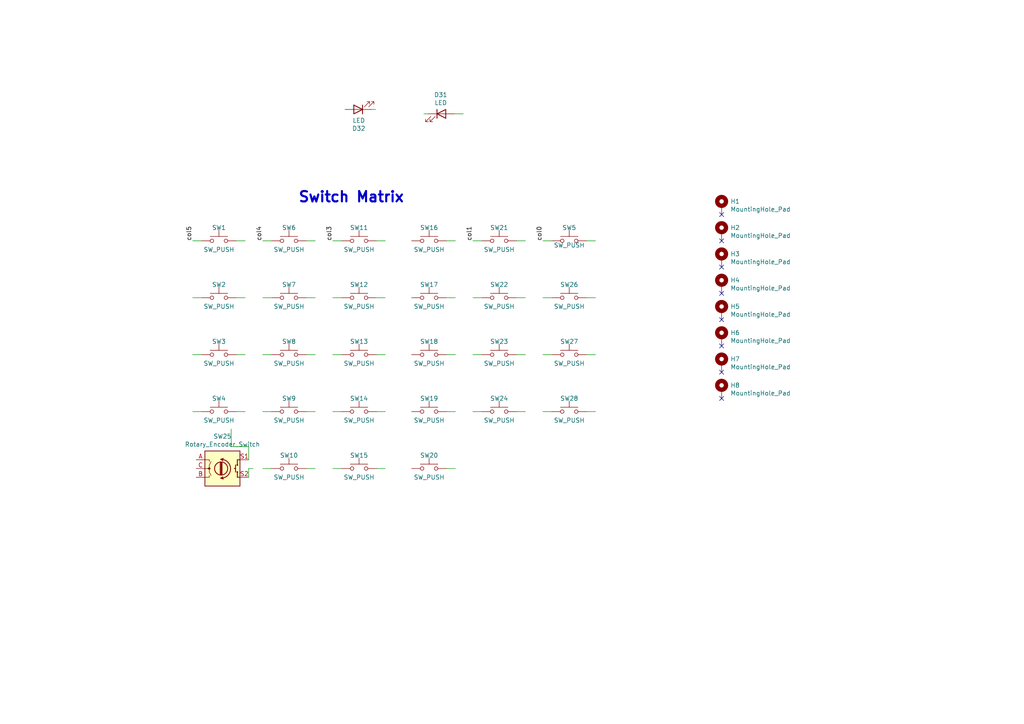
<source format=kicad_sch>
(kicad_sch (version 20201015) (generator eeschema)
  (paper "A4")
  (lib_symbols
    (symbol "BlueSof:Rotary_Encoder_Switch-Device-SofleKeyboard-rescue" (pin_names (offset 0.254) hide)
      (property "Reference" "SW" (at 0 6.604 0))
      (property "Value" "Rotary_Encoder_Switch-Device-SofleKeyboard-rescue" (at 0 -6.604 0))
      (symbol "Rotary_Encoder_Switch-Device-SofleKeyboard-rescue_0_1"
        (arc (start -0.381 -2.794) (end -0.381 2.667) (radius (at -0.381 -0.0508) (length 2.7432) (angles -89.9 89.9)) (stroke (width 0.254)))
        (circle (center -0.381 0) (radius 1.905) (stroke (width 0.254)))
        (circle (center 4.318 -1.016) (radius 0.127) (stroke (width 0.254)))
        (circle (center 4.318 1.016) (radius 0.127) (stroke (width 0.254)))
        (circle (center -3.81 0) (radius 0.254) (fill (type outline)))
        (rectangle (start -5.08 5.08) (end 5.08 -5.08) (stroke (width 0.254)) (fill (type background)))
        (polyline (pts (xy -0.635 -1.778) (xy -0.635 1.778)) (stroke (width 0.254)))
        (polyline (pts (xy -0.381 -1.778) (xy -0.381 1.778)) (stroke (width 0.254)))
        (polyline (pts (xy -0.127 1.778) (xy -0.127 -1.778)) (stroke (width 0.254)))
        (polyline (pts (xy 3.81 0) (xy 3.429 0)) (stroke (width 0.254)))
        (polyline (pts (xy 3.81 1.016) (xy 3.81 -1.016)) (stroke (width 0.254)))
        (polyline (pts (xy -5.08 -2.54) (xy -3.81 -2.54) (xy -3.81 -2.032)))
        (polyline (pts (xy -5.08 2.54) (xy -3.81 2.54) (xy -3.81 2.032)))
        (polyline (pts (xy 0.254 -3.048) (xy -0.508 -2.794) (xy 0.127 -2.413)) (stroke (width 0.254)))
        (polyline (pts (xy 0.254 2.921) (xy -0.508 2.667) (xy 0.127 2.286)) (stroke (width 0.254)))
        (polyline (pts (xy 5.08 -2.54) (xy 4.318 -2.54) (xy 4.318 -1.016)) (stroke (width 0.254)))
        (polyline (pts (xy 5.08 2.54) (xy 4.318 2.54) (xy 4.318 1.016)) (stroke (width 0.254)))
        (polyline (pts (xy -5.08 0) (xy -3.81 0) (xy -3.81 -1.016) (xy -3.302 -2.032)))
        (polyline (pts (xy -4.318 0) (xy -3.81 0) (xy -3.81 1.016) (xy -3.302 2.032)))
      )
      (symbol "Rotary_Encoder_Switch-Device-SofleKeyboard-rescue_1_1"
        (pin passive line (at -7.62 2.54 0) (length 2.54) (name "A") (number "A"))
        (pin passive line (at -7.62 -2.54 0) (length 2.54) (name "B") (number "B"))
        (pin passive line (at -7.62 0 0) (length 2.54) (name "C") (number "C"))
        (pin passive line (at 7.62 2.54 180) (length 2.54) (name "S1") (number "S1"))
        (pin passive line (at 7.62 -2.54 180) (length 2.54) (name "S2") (number "S2"))
      )
    )
    (symbol "Device:LED" (pin_numbers hide) (pin_names (offset 1.016) hide)
      (property "Reference" "D" (at 0 2.54 0))
      (property "Value" "LED" (at 0 -2.54 0))
      (symbol "LED_0_1"
        (polyline (pts (xy -1.27 -1.27) (xy -1.27 1.27)) (stroke (width 0.254)))
        (polyline (pts (xy -1.27 0) (xy 1.27 0)))
        (polyline (pts (xy 1.27 -1.27) (xy 1.27 1.27) (xy -1.27 0) (xy 1.27 -1.27)) (stroke (width 0.254)))
        (polyline (pts (xy -3.048 -0.762) (xy -4.572 -2.286) (xy -3.81 -2.286) (xy -4.572 -2.286) (xy -4.572 -1.524)))
        (polyline (pts (xy -1.778 -0.762) (xy -3.302 -2.286) (xy -2.54 -2.286) (xy -3.302 -2.286) (xy -3.302 -1.524)))
      )
      (symbol "LED_1_1"
        (pin passive line (at -3.81 0 0) (length 2.54) (name "K") (number "1"))
        (pin passive line (at 3.81 0 180) (length 2.54) (name "A") (number "2"))
      )
    )
    (symbol "Mechanical:MountingHole_Pad" (pin_numbers hide) (pin_names (offset 1.016) hide)
      (property "Reference" "H" (at 0 6.35 0))
      (property "Value" "MountingHole_Pad" (at 0 4.445 0))
      (symbol "MountingHole_Pad_0_1"
        (circle (center 0 1.27) (radius 1.27) (stroke (width 1.27)))
      )
      (symbol "MountingHole_Pad_1_1"
        (pin input line (at 0 -2.54 90) (length 2.54) (name "1") (number "1"))
      )
    )
    (symbol "Switch:SW_Push" (pin_numbers hide) (pin_names (offset 1.016) hide)
      (property "Reference" "SW" (at 1.27 2.54 0))
      (property "Value" "SW_Push" (at 0 -1.524 0))
      (symbol "SW_Push_0_1"
        (circle (center -2.032 0) (radius 0.508))
        (circle (center 2.032 0) (radius 0.508))
        (polyline (pts (xy 0 1.27) (xy 0 3.048)))
        (polyline (pts (xy 2.54 1.27) (xy -2.54 1.27)))
        (pin passive line (at -5.08 0 0) (length 2.54) (name "1") (number "1"))
        (pin passive line (at 5.08 0 180) (length 2.54) (name "2") (number "2"))
      )
    )
  )
  (no_connect (at 209.296 62.23))
  (no_connect (at 209.296 69.85))
  (no_connect (at 209.296 77.47))
  (no_connect (at 209.296 85.09))
  (no_connect (at 209.296 92.71))
  (no_connect (at 209.296 100.33))
  (no_connect (at 209.296 107.95))
  (no_connect (at 209.296 115.57))
  (wire (pts (xy 55.88 69.85) (xy 58.42 69.85)))
  (wire (pts (xy 55.88 86.36) (xy 58.42 86.36)))
  (wire (pts (xy 55.88 102.87) (xy 58.42 102.87)))
  (wire (pts (xy 55.88 119.38) (xy 58.42 119.38)))
  (wire (pts (xy 67.056 124.46) (xy 67.056 129.54)))
  (wire (pts (xy 67.056 129.54) (xy 72.136 129.54)))
  (wire (pts (xy 68.58 69.85) (xy 71.12 69.85)))
  (wire (pts (xy 68.58 86.36) (xy 71.12 86.36)))
  (wire (pts (xy 68.58 102.87) (xy 71.12 102.87)))
  (wire (pts (xy 68.58 119.38) (xy 71.12 119.38)))
  (wire (pts (xy 72.136 133.35) (xy 72.136 129.54)))
  (wire (pts (xy 72.136 135.89) (xy 73.406 135.89)))
  (wire (pts (xy 72.136 138.43) (xy 72.136 135.89)))
  (wire (pts (xy 76.2 69.85) (xy 78.74 69.85)))
  (wire (pts (xy 76.2 86.36) (xy 78.74 86.36)))
  (wire (pts (xy 76.2 102.87) (xy 78.74 102.87)))
  (wire (pts (xy 76.2 119.38) (xy 78.74 119.38)))
  (wire (pts (xy 76.2 135.89) (xy 78.74 135.89)))
  (wire (pts (xy 88.9 69.85) (xy 91.44 69.85)))
  (wire (pts (xy 88.9 86.36) (xy 91.44 86.36)))
  (wire (pts (xy 88.9 102.87) (xy 91.44 102.87)))
  (wire (pts (xy 88.9 119.38) (xy 91.44 119.38)))
  (wire (pts (xy 88.9 135.89) (xy 91.44 135.89)))
  (wire (pts (xy 96.52 69.85) (xy 99.06 69.85)))
  (wire (pts (xy 96.52 86.36) (xy 99.06 86.36)))
  (wire (pts (xy 96.52 102.87) (xy 99.06 102.87)))
  (wire (pts (xy 96.52 119.38) (xy 99.06 119.38)))
  (wire (pts (xy 96.52 135.89) (xy 99.06 135.89)))
  (wire (pts (xy 107.696 31.75) (xy 108.966 31.75)))
  (wire (pts (xy 109.22 69.85) (xy 111.76 69.85)))
  (wire (pts (xy 109.22 86.36) (xy 111.76 86.36)))
  (wire (pts (xy 109.22 102.87) (xy 111.76 102.87)))
  (wire (pts (xy 109.22 119.38) (xy 111.76 119.38)))
  (wire (pts (xy 109.22 135.89) (xy 111.76 135.89)))
  (wire (pts (xy 124.206 33.02) (xy 122.936 33.02)))
  (wire (pts (xy 129.54 69.85) (xy 132.08 69.85)))
  (wire (pts (xy 129.54 86.36) (xy 132.08 86.36)))
  (wire (pts (xy 129.54 102.87) (xy 132.08 102.87)))
  (wire (pts (xy 129.54 119.38) (xy 132.08 119.38)))
  (wire (pts (xy 129.54 135.89) (xy 132.08 135.89)))
  (wire (pts (xy 134.366 33.02) (xy 131.826 33.02)))
  (wire (pts (xy 137.16 69.85) (xy 139.7 69.85)))
  (wire (pts (xy 137.16 86.36) (xy 139.7 86.36)))
  (wire (pts (xy 137.16 102.87) (xy 139.7 102.87)))
  (wire (pts (xy 137.16 119.38) (xy 139.7 119.38)))
  (wire (pts (xy 149.86 69.85) (xy 152.4 69.85)))
  (wire (pts (xy 149.86 86.36) (xy 152.4 86.36)))
  (wire (pts (xy 149.86 102.87) (xy 152.4 102.87)))
  (wire (pts (xy 149.86 119.38) (xy 152.4 119.38)))
  (wire (pts (xy 157.48 69.85) (xy 160.02 69.85)))
  (wire (pts (xy 157.48 86.36) (xy 160.02 86.36)))
  (wire (pts (xy 157.48 102.87) (xy 160.02 102.87)))
  (wire (pts (xy 157.48 119.38) (xy 160.02 119.38)))
  (wire (pts (xy 170.18 69.85) (xy 172.72 69.85)))
  (wire (pts (xy 170.18 86.36) (xy 172.72 86.36)))
  (wire (pts (xy 170.18 102.87) (xy 172.72 102.87)))
  (wire (pts (xy 170.18 119.38) (xy 172.72 119.38)))
  (text "Switch Matrix" (at 86.36 59.055 0) (effects (font (size 2.9972 2.9972) (thickness 0.5994) bold) (justify left bottom)))
  (label "col5" (at 55.88 69.85 90))
  (label "col4" (at 76.2 69.85 90))
  (label "col3" (at 96.52 69.85 90))
  (label "col1" (at 137.16 69.85 90))
  (label "col0" (at 157.48 69.85 90))
  (symbol (lib_id "Mechanical:MountingHole_Pad") (at 209.296 59.69 0) (unit 1)
    (property "Reference" "H1" (at 211.8361 58.4136 0) (effects (justify left)))
    (property "Value" "MountingHole_Pad" (at 211.8361 60.7123 0) (effects (justify left)))
    (property "Footprint" "MountingHole:MountingHole_2.2mm_M2_ISO7380" (effects hide))
  )
  (symbol (lib_id "Mechanical:MountingHole_Pad") (at 209.296 67.31 0) (unit 1)
    (property "Reference" "H2" (at 211.8361 66.0336 0) (effects (justify left)))
    (property "Value" "MountingHole_Pad" (at 211.8361 68.3323 0) (effects (justify left)))
    (property "Footprint" "MountingHole:MountingHole_2.2mm_M2_ISO7380" (effects hide))
  )
  (symbol (lib_id "Mechanical:MountingHole_Pad") (at 209.296 74.93 0) (unit 1)
    (property "Reference" "H3" (at 211.836 73.654 0) (effects (justify left)))
    (property "Value" "MountingHole_Pad" (at 211.8361 75.9523 0) (effects (justify left)))
    (property "Footprint" "MountingHole:MountingHole_2.2mm_M2_ISO7380" (effects hide))
  )
  (symbol (lib_id "Mechanical:MountingHole_Pad") (at 209.296 82.55 0) (unit 1)
    (property "Reference" "H4" (at 211.836 81.274 0) (effects (justify left)))
    (property "Value" "MountingHole_Pad" (at 211.8361 83.5723 0) (effects (justify left)))
    (property "Footprint" "MountingHole:MountingHole_2.2mm_M2_ISO7380" (effects hide))
  )
  (symbol (lib_id "Mechanical:MountingHole_Pad") (at 209.296 90.17 0) (unit 1)
    (property "Reference" "H5" (at 211.836 88.894 0) (effects (justify left)))
    (property "Value" "MountingHole_Pad" (at 211.8361 91.1923 0) (effects (justify left)))
    (property "Footprint" "MountingHole:MountingHole_2.2mm_M2_ISO7380" (effects hide))
  )
  (symbol (lib_id "Mechanical:MountingHole_Pad") (at 209.296 97.79 0) (unit 1)
    (property "Reference" "H6" (at 211.836 96.514 0) (effects (justify left)))
    (property "Value" "MountingHole_Pad" (at 211.8361 98.8123 0) (effects (justify left)))
    (property "Footprint" "MountingHole:MountingHole_2.2mm_M2_ISO7380" (effects hide))
  )
  (symbol (lib_id "Mechanical:MountingHole_Pad") (at 209.296 105.41 0) (unit 1)
    (property "Reference" "H7" (at 211.836 104.134 0) (effects (justify left)))
    (property "Value" "MountingHole_Pad" (at 211.8361 106.4323 0) (effects (justify left)))
    (property "Footprint" "MountingHole:MountingHole_2.2mm_M2_ISO7380" (effects hide))
  )
  (symbol (lib_id "Mechanical:MountingHole_Pad") (at 209.296 113.03 0) (unit 1)
    (property "Reference" "H8" (at 211.836 111.754 0) (effects (justify left)))
    (property "Value" "MountingHole_Pad" (at 211.8361 114.0523 0) (effects (justify left)))
    (property "Footprint" "MountingHole:MountingHole_2.2mm_M2_ISO7380" (effects hide))
  )
  (symbol (lib_id "Device:LED") (at 103.886 31.75 180) (unit 1)
    (property "Reference" "D32" (at 104.064 37.262 0))
    (property "Value" "LED" (at 104.0638 34.9504 0))
    (property "Footprint" "MountingHole:MountingHole_2.2mm_M2_ISO7380" (effects hide))
  )
  (symbol (lib_id "Device:LED") (at 128.016 33.02 0) (unit 1)
    (property "Reference" "D31" (at 127.838 27.508 0))
    (property "Value" "LED" (at 127.8382 29.8196 0))
    (property "Footprint" "MountingHole:MountingHole_2.2mm_M2_ISO7380" (effects hide))
  )
  (symbol (lib_id "Switch:SW_Push") (at 63.5 69.85 0) (unit 1)
    (property "Reference" "SW1" (at 63.5 66.04 0))
    (property "Value" "SW_PUSH" (at 63.5 72.39 0))
    (property "Footprint" "BlueSof:PlateCutout14mm_EdgeCuts" (effects hide))
  )
  (symbol (lib_id "Switch:SW_Push") (at 63.5 86.36 0) (unit 1)
    (property "Reference" "SW2" (at 63.5 82.55 0))
    (property "Value" "SW_PUSH" (at 63.5 88.9 0))
    (property "Footprint" "BlueSof:PlateCutout14mm_EdgeCuts" (effects hide))
  )
  (symbol (lib_id "Switch:SW_Push") (at 63.5 102.87 0) (unit 1)
    (property "Reference" "SW3" (at 63.5 99.06 0))
    (property "Value" "SW_PUSH" (at 63.5 105.41 0))
    (property "Footprint" "BlueSof:PlateCutout14mm_EdgeCuts" (effects hide))
  )
  (symbol (lib_id "Switch:SW_Push") (at 63.5 119.38 0) (unit 1)
    (property "Reference" "SW4" (at 63.5 115.57 0))
    (property "Value" "SW_PUSH" (at 63.5 121.92 0))
    (property "Footprint" "BlueSof:PlateCutout14mm_EdgeCuts" (effects hide))
  )
  (symbol (lib_id "Switch:SW_Push") (at 83.82 69.85 0) (unit 1)
    (property "Reference" "SW6" (at 83.82 66.04 0))
    (property "Value" "SW_PUSH" (at 83.82 72.39 0))
    (property "Footprint" "BlueSof:PlateCutout14mm_EdgeCuts" (effects hide))
  )
  (symbol (lib_id "Switch:SW_Push") (at 83.82 86.36 0) (unit 1)
    (property "Reference" "SW7" (at 83.82 82.55 0))
    (property "Value" "SW_PUSH" (at 83.82 88.9 0))
    (property "Footprint" "BlueSof:PlateCutout14mm_EdgeCuts" (effects hide))
  )
  (symbol (lib_id "Switch:SW_Push") (at 83.82 102.87 0) (unit 1)
    (property "Reference" "SW8" (at 83.82 99.06 0))
    (property "Value" "SW_PUSH" (at 83.82 105.41 0))
    (property "Footprint" "BlueSof:PlateCutout14mm_EdgeCuts" (effects hide))
  )
  (symbol (lib_id "Switch:SW_Push") (at 83.82 119.38 0) (unit 1)
    (property "Reference" "SW9" (at 83.82 115.57 0))
    (property "Value" "SW_PUSH" (at 83.82 121.92 0))
    (property "Footprint" "BlueSof:PlateCutout14mm_EdgeCuts" (effects hide))
  )
  (symbol (lib_id "Switch:SW_Push") (at 83.82 135.89 0) (unit 1)
    (property "Reference" "SW10" (at 83.82 132.08 0))
    (property "Value" "SW_PUSH" (at 83.82 138.43 0))
    (property "Footprint" "BlueSof:PlateCutout14mm_EdgeCuts" (effects hide))
  )
  (symbol (lib_id "Switch:SW_Push") (at 104.14 69.85 0) (unit 1)
    (property "Reference" "SW11" (at 104.14 66.04 0))
    (property "Value" "SW_PUSH" (at 104.14 72.39 0))
    (property "Footprint" "BlueSof:PlateCutout14mm_EdgeCuts" (effects hide))
  )
  (symbol (lib_id "Switch:SW_Push") (at 104.14 86.36 0) (unit 1)
    (property "Reference" "SW12" (at 104.14 82.55 0))
    (property "Value" "SW_PUSH" (at 104.14 88.9 0))
    (property "Footprint" "BlueSof:PlateCutout14mm_EdgeCuts" (effects hide))
  )
  (symbol (lib_id "Switch:SW_Push") (at 104.14 102.87 0) (unit 1)
    (property "Reference" "SW13" (at 104.14 99.06 0))
    (property "Value" "SW_PUSH" (at 104.14 105.41 0))
    (property "Footprint" "BlueSof:PlateCutout14mm_EdgeCuts" (effects hide))
  )
  (symbol (lib_id "Switch:SW_Push") (at 104.14 119.38 0) (unit 1)
    (property "Reference" "SW14" (at 104.14 115.57 0))
    (property "Value" "SW_PUSH" (at 104.14 121.92 0))
    (property "Footprint" "BlueSof:PlateCutout14mm_EdgeCuts" (effects hide))
  )
  (symbol (lib_id "Switch:SW_Push") (at 104.14 135.89 0) (unit 1)
    (property "Reference" "SW15" (at 104.14 132.08 0))
    (property "Value" "SW_PUSH" (at 104.14 138.43 0))
    (property "Footprint" "BlueSof:PlateCutout14mm_EdgeCuts" (effects hide))
  )
  (symbol (lib_id "Switch:SW_Push") (at 124.46 69.85 0) (unit 1)
    (property "Reference" "SW16" (at 124.46 66.04 0))
    (property "Value" "SW_PUSH" (at 124.46 72.39 0))
    (property "Footprint" "BlueSof:PlateCutout14mm_EdgeCuts" (effects hide))
  )
  (symbol (lib_id "Switch:SW_Push") (at 124.46 86.36 0) (unit 1)
    (property "Reference" "SW17" (at 124.46 82.55 0))
    (property "Value" "SW_PUSH" (at 124.46 88.9 0))
    (property "Footprint" "BlueSof:PlateCutout14mm_EdgeCuts" (effects hide))
  )
  (symbol (lib_id "Switch:SW_Push") (at 124.46 102.87 0) (unit 1)
    (property "Reference" "SW18" (at 124.46 99.06 0))
    (property "Value" "SW_PUSH" (at 124.46 105.41 0))
    (property "Footprint" "BlueSof:PlateCutout14mm_EdgeCuts" (effects hide))
  )
  (symbol (lib_id "Switch:SW_Push") (at 124.46 119.38 0) (unit 1)
    (property "Reference" "SW19" (at 124.46 115.57 0))
    (property "Value" "SW_PUSH" (at 124.46 121.92 0))
    (property "Footprint" "BlueSof:PlateCutout14mm_EdgeCuts" (effects hide))
  )
  (symbol (lib_id "Switch:SW_Push") (at 124.46 135.89 0) (unit 1)
    (property "Reference" "SW20" (at 124.46 132.08 0))
    (property "Value" "SW_PUSH" (at 124.46 138.43 0))
    (property "Footprint" "BlueSof:PlateCutout14mm_EdgeCuts" (effects hide))
  )
  (symbol (lib_id "Switch:SW_Push") (at 144.78 69.85 0) (unit 1)
    (property "Reference" "SW21" (at 144.78 66.04 0))
    (property "Value" "SW_PUSH" (at 144.78 72.39 0))
    (property "Footprint" "BlueSof:PlateCutout14mm_EdgeCuts" (effects hide))
  )
  (symbol (lib_id "Switch:SW_Push") (at 144.78 86.36 0) (unit 1)
    (property "Reference" "SW22" (at 144.78 82.55 0))
    (property "Value" "SW_PUSH" (at 144.78 88.9 0))
    (property "Footprint" "BlueSof:PlateCutout14mm_EdgeCuts" (effects hide))
  )
  (symbol (lib_id "Switch:SW_Push") (at 144.78 102.87 0) (unit 1)
    (property "Reference" "SW23" (at 144.78 99.06 0))
    (property "Value" "SW_PUSH" (at 144.78 105.41 0))
    (property "Footprint" "BlueSof:PlateCutout14mm_EdgeCuts" (effects hide))
  )
  (symbol (lib_id "Switch:SW_Push") (at 144.78 119.38 0) (unit 1)
    (property "Reference" "SW24" (at 144.78 115.57 0))
    (property "Value" "SW_PUSH" (at 144.78 121.92 0))
    (property "Footprint" "BlueSof:PlateCutout14mm_EdgeCuts" (effects hide))
  )
  (symbol (lib_id "Switch:SW_Push") (at 165.1 69.85 0) (unit 1)
    (property "Reference" "SW5" (at 165.1 66.04 0))
    (property "Value" "SW_PUSH" (at 165.1 71.12 0))
    (property "Footprint" "BlueSof:PlateCutout14mm_EdgeCuts" (effects hide))
  )
  (symbol (lib_id "Switch:SW_Push") (at 165.1 86.36 0) (unit 1)
    (property "Reference" "SW26" (at 165.1 82.55 0))
    (property "Value" "SW_PUSH" (at 165.1 88.9 0))
    (property "Footprint" "BlueSof:PlateCutout14mm_EdgeCuts" (effects hide))
  )
  (symbol (lib_id "Switch:SW_Push") (at 165.1 102.87 0) (unit 1)
    (property "Reference" "SW27" (at 165.1 99.06 0))
    (property "Value" "SW_PUSH" (at 165.1 105.41 0))
    (property "Footprint" "BlueSof:PlateCutout14mm_EdgeCuts" (effects hide))
  )
  (symbol (lib_id "Switch:SW_Push") (at 165.1 119.38 0) (unit 1)
    (property "Reference" "SW28" (at 165.1 115.57 0))
    (property "Value" "SW_PUSH" (at 165.1 121.92 0))
    (property "Footprint" "BlueSof:PlateCutout14mm_EdgeCuts" (effects hide))
  )
  (symbol (lib_id "BlueSof:Rotary_Encoder_Switch-Device-SofleKeyboard-rescue") (at 64.516 135.89 0) (unit 1)
    (property "Reference" "SW25" (at 64.516 126.568 0))
    (property "Value" "Rotary_Encoder_Switch" (at 64.516 128.8796 0))
    (property "Footprint" "BlueSof:PlateCutoutEncoder_EdgeCuts" (effects hide))
  )
)
</source>
